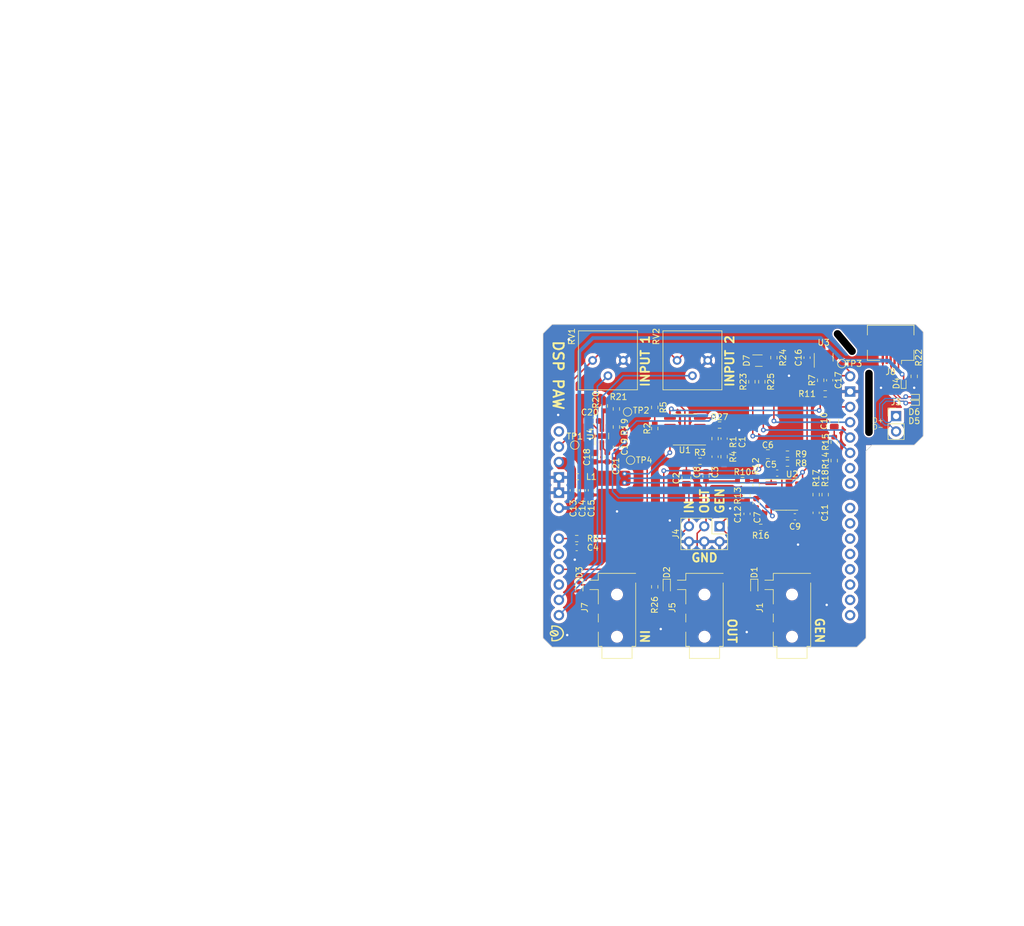
<source format=kicad_pcb>
(kicad_pcb (version 20221018) (generator pcbnew)
  (title_block (title "DSP PAW add-on board") (date "2023-08-15") (company "bitgloo") (comment 1 "Released under the CERN Open Hardware Licence Version 2 - Strongly Reciprocal"))
  (layers (0 "F.Cu" signal) (31 "B.Cu" signal) (34 "B.Paste" user) (35 "F.Paste" user) (36 "B.SilkS" user "B.Silkscreen") (37 "F.SilkS" user "F.Silkscreen") (38 "B.Mask" user) (39 "F.Mask" user) (44 "Edge.Cuts" user))
  (net 0 "")
  (net 1 "Net-(U1A--)")
  (net 2 "Net-(C1-Pad2)")
  (net 3 "SIGNAL_IN")
  (net 4 "Net-(C2-Pad2)")
  (net 5 "Net-(C3-Pad1)")
  (net 6 "GND")
  (net 7 "SIGNAL_IN_MCU")
  (net 8 "Net-(C5-Pad1)")
  (net 9 "SIGNAL_OUT_MCU")
  (net 10 "VBUS")
  (net 11 "+5V")
  (net 12 "-5V")
  (net 13 "Net-(C6-Pad1)")
  (net 14 "Net-(C9-Pad1)")
  (net 15 "Net-(C10-Pad1)")
  (net 16 "VDDA")
  (net 17 "Net-(U2A-+)")
  (net 18 "Net-(U4-C+)")
  (net 19 "SIGNAL_OUT")
  (net 20 "Net-(U4-C-)")
  (net 21 "Net-(U2B-+)")
  (net 22 "GENERATOR_MCU")
  (net 23 "GENERATOR")
  (net 24 "USB_D_P")
  (net 25 "USB_D_N")
  (net 26 "Net-(U4-CPOUT)")
  (net 27 "VCC")
  (net 28 "Net-(D7-RK)")
  (net 29 "Net-(D7-GK)")
  (net 30 "PC11{slash}LED_G")
  (net 31 "PC10{slash}LED_R")
  (net 32 "PC12{slash}LED_B")
  (net 33 "PC1{slash}POT2")
  (net 34 "PC0{slash}POT1")
  (net 36 "Net-(J8-Shield)")
  (net 37 "Net-(U1B--)")
  (net 38 "Net-(R2-Pad2)")
  (net 39 "Net-(U2A--)")
  (net 40 "VDDA{slash}2")
  (net 41 "Net-(D7-BK)")
  (net 42 "Net-(R8-Pad2)")
  (net 43 "Net-(R14-Pad2)")
  (net 44 "Net-(U4-VFB)")
  (net 45 "Net-(U2B--)")
  (net 46 "Net-(U4-EN)")
  (net 60 "Net-(J7-PadS)")
  (net 61 "+5VD")
  (net 62 "Net-(U1A-+)")
  (footprint "Package_TO_SOT_SMD:SOT-23" (layer "F.Cu") (at 166.5 76.9375 90)
    (fp_text reference "U3")
    (fp_text value "MAX6106")
  )
  (footprint "Resistor_SMD:R_0603_1608Metric" (layer "F.Cu") (at 138.5 115 90)
    (fp_text reference "R26")
    (fp_text value "0")
  )
  (footprint "Resistor_SMD:R_0603_1608Metric" (layer "F.Cu") (at 168.25 94.075 90)
    (fp_text reference "R14")
    (fp_text value "22.1k")
  )
  (footprint "Resistor_SMD:R_0603_1608Metric" (layer "F.Cu") (at 132.15 85.5 90)
    (fp_text reference "R21")
    (fp_text value "56k")
  )
  (footprint "Resistor_SMD:R_0603_1608Metric" (layer "F.Cu") (at 146 94.175)
    (fp_text reference "R3")
    (fp_text value "9.09k")
  )
  (footprint "Capacitor_SMD:C_0603_1608Metric" (layer "F.Cu") (at 132.15 91.775 -90)
    (fp_text reference "C19")
    (fp_text value "2.2u")
  )
  (footprint "Resistor_SMD:R_0603_1608Metric" (layer "F.Cu") (at 160.5 94.5)
    (fp_text reference "R8")
    (fp_text value "22.1k")
  )
  (footprint "Potentiometer_THT:Potentiometer_Bourns_3386P_Vertical" (layer "F.Cu") (at 128.21 77.46 -90)
    (fp_text reference "RV1")
    (fp_text value "10K")
  )
  (footprint "Capacitor_SMD:C_0603_1608Metric" (layer "F.Cu") (at 165.25 102.725 -90)
    (fp_text reference "C11")
    (fp_text value "100p")
  )
  (footprint "Package_SO:SOIC-8_3.9x4.9mm_P1.27mm" (layer "F.Cu") (at 143.5 88.925 180)
    (fp_text reference "U1")
    (fp_text value "TLV9162")
  )
  (footprint "Capacitor_SMD:C_0603_1608Metric" (layer "F.Cu") (at 155.3 101.14 -90)
    (fp_text reference "C7")
    (fp_text value "100p")
  )
  (footprint "Resistor_SMD:R_0603_1608Metric" (layer "F.Cu") (at 153.05 97.39)
    (fp_text reference "R10")
    (fp_text value "0")
  )
  (footprint "Capacitor_SMD:C_0603_1608Metric" (layer "F.Cu") (at 150 90.425 -90)
    (fp_text reference "C1")
    (fp_text value "100p")
  )
  (footprint "Diode_SMD:D_SOD-523" (layer "F.Cu") (at 126 115 -90)
    (fp_text reference "D3")
    (fp_text value "ESD5Zxx")
  )
  (footprint "Capacitor_SMD:C_0603_1608Metric" (layer "F.Cu") (at 153.8 102.9 -90)
    (fp_text reference "C12")
    (fp_text value "DNP")
  )
  (footprint "Resistor_SMD:R_0603_1608Metric" (layer "F.Cu") (at 155.3 98.14 -90)
    (fp_text reference "R12")
    (fp_text value "2.49k")
  )
  (footprint "Diode_SMD:D_SOD-523" (layer "F.Cu") (at 140.5 115 -90)
    (fp_text reference "D2")
    (fp_text value "ESD5Zxx")
  )
  (footprint "TestPoint:TestPoint_Pad_D1.0mm" (layer "F.Cu") (at 134.5 94)
    (fp_text reference "TP4")
    (fp_text value "TestPoint")
  )
  (footprint "Connector_PinHeader_2.54mm:PinHeader_2x03_P2.54mm_Vertical" (layer "F.Cu") (at 149.25 104.96 -90)
    (fp_text reference "J4")
    (fp_text value "Conn_02x03_Odd_Even")
  )
  (footprint "Resistor_SMD:R_0603_1608Metric" (layer "F.Cu") (at 165.25 99.715 -90)
    (fp_text reference "R17")
    (fp_text value "2.49k")
  )
  (footprint "Capacitor_SMD:C_0603_1608Metric" (layer "F.Cu") (at 130.65 93.5 -90)
    (fp_text reference "C21")
    (fp_text value "4.7u")
  )
  (footprint "Connector_USB:USB_Micro-B_Amphenol_10104110_Horizontal" (layer "F.Cu") (at 177.6 75.8 180)
    (fp_text reference "J8")
    (fp_text value "USB_B_Micro")
  )
  (footprint "Capacitor_SMD:C_0603_1608Metric" (layer "F.Cu") (at 125 99 -90)
    (fp_text reference "C13")
    (fp_text value "10n")
  )
  (footprint "Capacitor_SMD:C_0603_1608Metric" (layer "F.Cu") (at 147 96.7 -90)
    (fp_text reference "C8")
    (fp_text value "DNP")
  )
  (footprint "Resistor_SMD:R_0603_1608Metric" (layer "F.Cu") (at 166.75 83 180)
    (fp_text reference "R11")
    (fp_text value "10k/0.1%")
  )
  (footprint "Capacitor_SMD:C_0603_1608Metric" (layer "F.Cu") (at 128.425 87.5)
    (fp_text reference "C20")
    (fp_text value "1u")
  )
  (footprint "TestPoint:TestPoint_Pad_D1.0mm" (layer "F.Cu") (at 125.25 91.5)
    (fp_text reference "TP1")
    (fp_text value "TestPoint")
  )
  (footprint "Capacitor_SMD:C_0603_1608Metric" (layer "F.Cu") (at 163.75 77 90)
    (fp_text reference "C16")
    (fp_text value "4.7u")
  )
  (footprint "Capacitor_SMD:C_0805_2012Metric" (layer "F.Cu") (at 143.75 97 90)
    (fp_text reference "C2")
    (fp_text value "10u")
  )
  (footprint "Resistor_SMD:R_0603_1608Metric" (layer "F.Cu") (at 154.605 81 90)
    (fp_text reference "R23")
    (fp_text value "560")
  )
  (footprint "Inductor_SMD:L_0603_1608Metric" (layer "F.Cu") (at 125.75 96.75)
    (fp_text reference "L1")
    (fp_text value "33@100MHz")
  )
  (footprint "Potentiometer_THT:Potentiometer_Bourns_3386P_Vertical" (layer "F.Cu") (at 142.21 77.46 -90)
    (fp_text reference "RV2")
    (fp_text value "10K")
  )
  (footprint "Resistor_SMD:R_0603_1608Metric" (layer "F.Cu") (at 156.075 105.14)
    (fp_text reference "R16")
    (fp_text value "0")
  )
  (footprint "Resistor_SMD:R_0603_1608Metric" (layer "F.Cu") (at 160.5 93 180)
    (fp_text reference "R9")
    (fp_text value "6.81k")
  )
  (footprint "Resistor_SMD:R_0603_1608Metric" (layer "F.Cu") (at 150 93.425 90)
    (fp_text reference "R4")
    (fp_text value "6.34k")
  )
  (footprint "Package_SO:SOIC-8_3.9x4.9mm_P1.27mm" (layer "F.Cu") (at 160.275 99.735)
    (fp_text reference "U2")
    (fp_text value "OPA1678")
  )
  (footprint "Package_SON:WSON-8-1EP_2x2mm_P0.5mm_EP0.9x1.6mm" (layer "F.Cu") (at 129.75 90 90)
    (fp_text reference "U4")
    (fp_text value "LM27761")
  )
  (footprint "MountingHole:MountingHole_2.1mm" (layer "F.Cu") (at 170 74.5 40)
    (fp_text reference "REF**" hide)
    (fp_text value "MountingHole_2.1mm")
  )
  (footprint "Resistor_SMD:R_0603_1608Metric" (layer "F.Cu") (at 130.15 85 -90)
    (fp_text reference "R20")
    (fp_text value "0")
  )
  (footprint "Capacitor_SMD:C_0603_1608Metric" (layer "F.Cu") (at 125.575 108.5)
    (fp_text reference "C4")
    (fp_text value "DNP")
  )
  (footprint "Capacitor_SMD:C_0603_1608Metric" (layer "F.Cu") (at 161.725 103.39)
    (fp_text reference "C9")
    (fp_text value "105p")
  )
  (footprint "Diode_SMD:D_SOD-523" (layer "F.Cu") (at 155 115 -90)
    (fp_text reference "D1")
    (fp_text value "ESD5Zxx")
  )
  (footprint "Resistor_SMD:R_0603_1608Metric" (layer "F.Cu") (at 148.5 90.425 -90)
    (fp_text reference "R1")
    (fp_text value "9.09k")
  )
  (footprint "Capacitor_SMD:C_0603_1608Metric" (layer "F.Cu") (at 167.5 80.75 -90)
    (fp_text reference "C17")
    (fp_text value "1u")
  )
  (footprint "LED_SMD:LED_LiteOn_LTST-C19HE1WT" (layer "F.Cu") (at 155.525 77.5 90)
    (fp_text reference "D7")
    (fp_text value "LED_RAGB")
  )
  (footprint "Capacitor_SMD:C_0603_1608Metric" (layer "F.Cu") (at 128 99 -90)
    (fp_text reference "C15")
    (fp_text value "4.7u")
  )
  (footprint "Resistor_SMD:R_0603_1608Metric" (layer "F.Cu") (at 138.5 88.75 -90)
    (fp_text reference "R2")
    (fp_text value "10k/0.1%")
  )
  (footprint "Capacitor_SMD:C_0805_2012Metric" (layer "F.Cu") (at 157.25 93 180)
    (fp_text reference "C6")
    (fp_text value "10u")
  )
  (footprint "TestPoint:TestPoint_Pad_D1.0mm" (layer "F.Cu") (at 134 86)
    (fp_text reference "TP2")
    (fp_text value "TestPoint")
  )
  (footprint "Connector_PinHeader_2.54mm:PinHeader_1x02_P2.54mm_Vertical" (layer "F.Cu") (at 178.499766 86.699898)
    (fp_text reference "J3")
    (fp_text value "Conn_01x02")
  )
  (footprint "Capacitor_SMD:C_0805_2012Metric" (layer "F.Cu") (at 168.25 87.5 90)
    (fp_text reference "C10")
    (fp_text value "10u")
  )
  (footprint "Capacitor_SMD:C_0603_1608Metric" (layer "F.Cu") (at 158.8 96.14)
    (fp_text reference "C5")
    (fp_text value "105p")
  )
  (footprint "Resistor_SMD:R_0603_1608Metric" (layer "F.Cu") (at 132.15 88.5 90)
    (fp_text reference "R19")
    (fp_text value "174k")
  )
  (footprint "MountingHole:MountingHole_2.1mm" (layer "F.Cu") (at 174 84.5)
    (fp_text reference "REF**" hide)
    (fp_text value "MountingHole_2.1mm")
  )
  (footprint "TestPoint:TestPoint_Pad_D1.0mm" (layer "F.Cu") (at 169.5 78)
    (fp_text reference "TP3")
    (fp_text value "TestPoint")
  )
  (footprint "Capacitor_SMD:C_0603_1608Metric" (layer "F.Cu") (at 126.5 99 -90)
    (fp_text reference "C14")
    (fp_text value "100n")
  )
  (footprint "Connector_Audio:Jack_3.5mm_PJ320D_Horizontal" (layer "F.Cu") (at 146.75 118.5 90)
    (fp_text reference "J5")
    (fp_text value "AudioJack2_Ground")
  )
  (footprint "Connector_Audio:Jack_3.5mm_PJ320D_Horizontal" (layer "F.Cu") (at 132.25 118.5 90)
    (fp_text reference "J7")
    (fp_text value "AudioJack2_Ground")
  )
  (footprint "Resistor_SMD:R_0603_1608Metric" (layer "F.Cu") (at 166.75 99.715 90)
    (fp_text reference "R18")
    (fp_text value "2.49k")
  )
  (footprint "Resistor_SMD:R_0603_1608Metric" (layer "F.Cu") (at 149.25 88.175 180)
    (fp_text reference "R27")
    (fp_text value "0")
  )
  (footprint "PCM_arduino-library:Arduino_Uno_R2_Shield" (layer "F.Cu") (at 120.08 56.21 -90)
    (fp_text reference "A2" hide)
    (fp_text value "Arduino_Uno_R1_Shield")
  )
  (footprint "Connector_Audio:Jack_3.5mm_PJ320D_Horizontal" (layer "F.Cu") (at 161.25 118.5 90)
    (fp_text reference "J1")
    (fp_text value "AudioJack2_Ground")
  )
  (footprint "Resistor_SMD:R_0603_1608Metric" (layer "F.Cu") (at 153.8 99.89 -90)
    (fp_text reference "R13")
    (fp_text value "2.49k")
  )
  (footprint "Resistor_SMD:R_0603_1608Metric" (layer "F.Cu") (at 125.575 107 180)
    (fp_text reference "R6")
    (fp_text value "0")
  )
  (footprint "Capacitor_SMD:C_0603_1608Metric" (layer "F.Cu") (at 148.5 93.425 90)
    (fp_text reference "C3")
    (fp_text value "274p")
  )
  (footprint "Resistor_SMD:R_0603_1608Metric" (layer "F.Cu") (at 158.25 77 90)
    (fp_text reference "R24")
    (fp_text value "240")
  )
  (footprint "Resistor_SMD:R_0603_1608Metric" (layer "F.Cu") (at 181.5 80.1 -90)
    (fp_text reference "R22")
    (fp_text value "0")
  )
  (footprint "Diode_SMD:D_SOD-923" (layer "F.Cu") (at 181.5 83.5 180)
    (fp_text reference "D6")
    (fp_text value "DF2B7AFS,L3M")
  )
  (footprint "Resistor_SMD:R_0603_1608Metric" (layer "F.Cu") (at 156.25 81 90)
    (fp_text reference "R25")
    (fp_text value "240")
  )
  (footprint "Resistor_SMD:R_0603_1608Metric" (layer "F.Cu") (at 138.5 85.25 -90)
    (fp_text reference "R5")
    (fp_text value "20k")
  )
  (footprint "Diode_SMD:D_SOD-923" (layer "F.Cu") (at 181.5 84.5 180)
    (fp_text reference "D5")
    (fp_text value "DF2B7AFS,L3M")
  )
  (footprint "Resistor_SMD:R_0603_1608Metric" (layer "F.Cu") (at 168.25 91 90)
    (fp_text reference "R15")
    (fp_text value "6.81k")
  )
  (footprint "Capacitor_SMD:C_0603_1608Metric" (layer "F.Cu") (at 128.65 93.5 -90)
    (fp_text reference "C18")
    (fp_text value "4.7u")
  )
  (footprint "Resistor_SMD:R_0603_1608Metric" (layer "F.Cu") (at 166 80.75 90)
    (fp_text reference "R7")
    (fp_text value "10k/0.1%")
  )
  (footprint "Diode_SMD:D_SOD-923" (layer "F.Cu") (at 179.75 81.25 90)
    (fp_text reference "D4")
    (fp_text value "DF2B7AFS,L3M")
  )
  (gr_poly (pts (xy 122.58834 122.690598) (xy 122.586661 122.729499) (xy 122.584795 122.762173) (xy 122.583638 122.777289) (xy 122.582318 122.791655) (xy 122.580824 122.805318) (xy 122.579145 122.818325) (xy 122.577273 122.830725) (xy 122.575196 122.842565) (xy 122.572904 122.853892) (xy 122.570387 122.864754) (xy 122.567634 122.875199) (xy 122.564635 122.885273) (xy 122.561379 122.895025) (xy 122.557857 122.904502) (xy 122.554059 122.913752) (xy 122.549972 122.922822) (xy 122.530921 122.959319) (xy 122.509215 122.993672) (xy 122.484848 123.025888) (xy 122.457809 123.055973) (xy 122.428092 123.083933) (xy 122.395687 123.109775) (xy 122.360587 123.133504) (xy 122.322783 123.155126) (xy 122.282268 123.174648) (xy 122.239032 123.192077) (xy 122.193067 123.207417) (xy 122.144366 123.220676) (xy 122.09292 123.23186) (xy 122.03872 123.240975) (xy 121.981759 123.248027) (xy 121.922028 123.253022) (xy 121.894415 123.254237) (xy 121.864839 123.254742) (xy 121.833816 123.254584) (xy 121.801863 123.253816) (xy 121.769496 123.252484) (xy 121.737233 123.250641) (xy 121.70559 123.248334) (xy 121.675083 123.245613) (xy 121.646231 123.242529) (xy 121.619549 123.239131) (xy 121.595553 123.235468) (xy 121.574762 123.231591) (xy 121.557692 123.227547) (xy 121.544859 123.223388) (xy 121.540193 123.221281) (xy 121.53678 123.219163) (xy 121.534685 123.217041) (xy 121.533972 123.214922) (xy 121.533903 123.21438) (xy 121.533696 123.213816) (xy 121.532886 123.212623) (xy 121.531572 123.211356) (xy 121.529783 123.210027) (xy 121.527547 123.208648) (xy 121.524894 123.207232) (xy 121.521852 123.205792) (xy 121.51845 123.204339) (xy 121.514718 123.202885) (xy 121.510684 123.201445) (xy 121.506376 123.200029) (xy 121.501825 123.19865) (xy 121.49706 123.197321) (xy 121.492108 123.196054) (xy 121.486998 123.194861) (xy 121.481761 123.193755) (xy 121.467889 123.190872) (xy 121.453335 123.187025) (xy 121.43821 123.182277) (xy 121.422627 123.17669) (xy 121.406696 123.170325) (xy 121.39053 123.163245) (xy 121.374239 123.155513) (xy 121.357936 123.147188) (xy 121.341733 123.138335) (xy 121.32574 123.129015) (xy 121.31007 123.119289) (xy 121.294833 123.109221) (xy 121.280143 123.098871) (xy 121.266109 123.088302) (xy 121.252845 123.077576) (xy 121.240461 123.066755) (xy 121.222887 123.049861) (xy 121.206414 123.032027) (xy 121.191042 123.013315) (xy 121.176774 122.993785) (xy 121.163609 122.973499) (xy 121.151549 122.952517) (xy 121.140595 122.930901) (xy 121.130747 122.908711) (xy 121.122008 122.886008) (xy 121.114378 122.862854) (xy 121.107857 122.839309) (xy 121.102448 122.815434) (xy 121.098151 122.791291) (xy 121.094967 122.76694) (xy 121.092897 122.742442) (xy 121.091942 122.717858) (xy 121.092103 122.693249) (xy 121.093382 122.668677) (xy 121.095779 122.644202) (xy 121.099295 122.619885) (xy 121.103932 122.595787) (xy 121.10969 122.571969) (xy 121.11657 122.548492) (xy 121.124574 122.525418) (xy 121.133702 122.502806) (xy 121.143956 122.480718) (xy 121.155336 122.459215) (xy 121.167844 122.438359) (xy 121.181481 122.418209) (xy 121.196247 122.398827) (xy 121.212144 122.380274) (xy 121.229172 122.362611) (xy 121.252806 122.34114) (xy 121.277748 122.321154) (xy 121.304117 122.302614) (xy 121.332029 122.285485) (xy 121.361604 122.269727) (xy 121.371695 122.265086) (xy 121.371695 122.5517) (xy 121.347706 122.581333) (xy 121.344878 122.585069) (xy 121.342216 122.589376) (xy 121.337393 122.599578) (xy 121.333238 122.611681) (xy 121.329758 122.62543) (xy 121.326956 122.640568) (xy 121.324836 122.656838) (xy 121.323402 122.673985) (xy 121.322658 122.691752) (xy 121.32261 122.709883) (xy 121.323259 122.728122) (xy 121.324612 122.746211) (xy 121.326671 122.763895) (xy 121.329442 122.780918) (xy 121.332928 122.797024) (xy 121.337133 122.811955) (xy 121.342061 122.825455) (xy 121.344387 122.830359) (xy 121.34711 122.835512) (xy 121.350197 122.840868) (xy 121.353615 122.846379) (xy 121.35733 122.851998) (xy 121.36131 122.857676) (xy 121.365521 122.863367) (xy 121.369931 122.869023) (xy 121.374506 122.874596) (xy 121.379213 122.880039) (xy 121.38402 122.885304) (xy 121.388893 122.890344) (xy 121.393798 122.895111) (xy 121.398704 122.899558) (xy 121.403577 122.903636) (xy 121.408384 122.907299) (xy 121.425024 122.919182) (xy 121.44176 122.929993) (xy 121.458818 122.939788) (xy 121.476425 122.948619) (xy 121.494811 122.95654) (xy 121.5142 122.963606) (xy 121.534822 122.96987) (xy 121.556903 122.975386) (xy 121.580671 122.980207) (xy 121.606352 122.984387) (xy 121.634176 122.98798) (xy 121.664368 122.99104) (xy 121.732768 122.995775) (xy 121.813372 122.999022) (xy 121.858966 123.000342) (xy 121.901104 123.001116) (xy 121.939107 123.001329) (xy 121.972299 123.000962) (xy 122 123) (xy 122.01158 122.999291) (xy 122.021533 122.998427) (xy 122.029775 122.997405) (xy 122.03622 122.996224) (xy 122.040785 122.994883) (xy 122.042335 122.994151) (xy 122.043384 122.993377) (xy 122.043786 122.992357) (xy 122.043412 122.990888) (xy 122.040368 122.986625) (xy 122.034324 122.980634) (xy 122.025348 122.97296) (xy 121.998884 122.952747) (xy 121.961539 122.92635) (xy 121.913876 122.894131) (xy 121.856455 122.856455) (xy 121.714595 122.766188) (xy 121.371695 122.5517) (xy 121.371695 122.265086) (xy 121.392958 122.255306) (xy 121.426209 122.242182) (xy 121.461477 122.230319) (xy 121.498877 122.21968) (xy 121.538528 122.210227) (xy 121.580548 122.201924) (xy 121.625055 122.194733) (xy 121.672166 122.188616) (xy 121.722 122.183537) (xy 121.774674 122.179459) (xy 121.830306 122.176344) (xy 121.844899 122.17568) (xy 121.844899 122.415695) (xy 121.781799 122.416762) (xy 121.724056 122.419615) (xy 121.69875 122.421664) (xy 121.676649 122.424104) (xy 121.658376 122.426916) (xy 121.644554 122.430082) (xy 121.639507 122.431792) (xy 121.635805 122.433583) (xy 121.633527 122.435453) (xy 121.63275 122.4374) (xy 121.64014 122.44403) (xy 121.661041 122.458891) (xy 121.735783 122.508528) (xy 121.963832 122.654005) (xy 122.195321 122.797365) (xy 122.274362 122.844356) (xy 122.298058 122.857498) (xy 122.308673 122.862144) (xy 122.309478 122.862111) (xy 122.310307 122.862014) (xy 122.311157 122.861853) (xy 122.312027 122.861631) (xy 122.313816 122.861009) (xy 122.315662 122.86016) (xy 122.317549 122.859095) (xy 122.319462 122.857828) (xy 122.321389 122.856371) (xy 122.323313 122.854736) (xy 122.32522 122.852935) (xy 122.327097 122.850982) (xy 122.328928 122.848888) (xy 122.330699 122.846666) (xy 122.332396 122.844328) (xy 122.334004 122.841887) (xy 122.335508 122.839355) (xy 122.336895 122.836744) (xy 122.341424 122.827001) (xy 122.34548 122.815886) (xy 122.349052 122.80358) (xy 122.35213 122.790266) (xy 122.354704 122.776124) (xy 122.356763 122.761338) (xy 122.358297 122.746088) (xy 122.359296 122.730558) (xy 122.359749 122.714928) (xy 122.359646 122.699381) (xy 122.358977 122.684099) (xy 122.357731 122.669263) (xy 122.355897 122.655055) (xy 122.353467 122.641658) (xy 122.350429 122.629253) (xy 122.346772 122.618022) (xy 122.338491 122.59779) (xy 122.328938 122.578866) (xy 122.318033 122.561204) (xy 122.305696 122.544754) (xy 122.291845 122.529471) (xy 122.276401 122.515306) (xy 122.259283 122.502211) (xy 122.24041 122.49014) (xy 122.219701 122.479044) (xy 122.197076 122.468877) (xy 122.172454 122.45959) (xy 122.145755 122.451136) (xy 122.116898 122.443467) (xy 122.085802 122.436537) (xy 122.052387 122.430297) (xy 122.016572 122.4247) (xy 121.993426 122.421819) (xy 121.967263 122.419515) (xy 121.938707 122.41777) (xy 121.90838 122.416564) (xy 121.844899 122.415695) (xy 121.844899 122.17568) (xy 121.887921 122.173723) (xy 121.935367 122.172309) (xy 121.956026 122.172101) (xy 121.975041 122.172251) (xy 121.992713 122.172777) (xy 122.00934 122.173698) (xy 122.025224 122.175032) (xy 122.040663 122.176799) (xy 122.055958 122.179016) (xy 122.071407 122.181702) (xy 122.087312 122.184876) (xy 122.10397 122.188556) (xy 122.14075 122.197511) (xy 122.182291 122.208984) (xy 122.221261 122.221229) (xy 122.257766 122.234327) (xy 122.291915 122.248355) (xy 122.323816 122.263391) (xy 122.353574 122.279515) (xy 122.381299 122.296805) (xy 122.394432 122.305911) (xy 122.407097 122.315338) (xy 122.419308 122.325097) (xy 122.431077 122.335195) (xy 122.442418 122.345644) (xy 122.453344 122.356454) (xy 122.46387 122.367633) (xy 122.474008 122.379192) (xy 122.483772 122.391141) (xy 122.493175 122.403489) (xy 122.510953 122.429423) (xy 122.52745 122.457072) (xy 122.542772 122.486516) (xy 122.557028 122.517833) (xy 122.567851 122.543307) (xy 122.572298 122.55482) (xy 122.576144 122.565789) (xy 122.579419 122.576419) (xy 122.582155 122.586914) (xy 122.584382 122.59748) (xy 122.586132 122.60832) (xy 122.587435 122.619641) (xy 122.588323 122.631645) (xy 122.588826 122.644538) (xy 122.588976 122.658525)) (fill solid) (layer "F.SilkS"))
  (gr_poly (pts (xy 123.464232 122.781584) (xy 123.460911 122.843403) (xy 123.458393 122.872475) (xy 123.455308 122.899864) (xy 123.451656 122.925227) (xy 123.447439 122.948222) (xy 123.425645 123.03358) (xy 123.397444 123.117004) (xy 123.363041 123.198278) (xy 123.322644 123.277187) (xy 123.276459 123.353517) (xy 123.224693 123.427051) (xy 123.167553 123.497577) (xy 123.105245 123.564877) (xy 123.037976 123.628738) (xy 122.965953 123.688945) (xy 122.889382 123.745282) (xy 122.80847 123.797534) (xy 122.723425 123.845487) (xy 122.634452 123.888926) (xy 122.541758 123.927635) (xy 122.44555 123.9614) (xy 122.365883 123.985466) (xy 122.288961 124.004968) (xy 122.250609 124.013111) (xy 122.21184 124.020236) (xy 122.172286 124.026387) (xy 122.131578 124.031602) (xy 122.089349 124.035925) (xy 122.04523 124.039397) (xy 121.949853 124.04395) (xy 121.842504 124.045592) (xy 121.720239 124.044655) (xy 121.418261 124.040422) (xy 121.384394 123.998089) (xy 121.373621 123.983718) (xy 121.369217 123.976651) (xy 121.365411 123.969117) (xy 121.362158 123.960706) (xy 121.359416 123.951009) (xy 121.357141 123.939618) (xy 121.35529 123.926122) (xy 121.35382 123.910112) (xy 121.352686 123.89118) (xy 121.351255 123.84291) (xy 121.350652 123.778038) (xy 121.350528 123.693289) (xy 121.350597 123.606985) (xy 121.35076 123.571876) (xy 121.351079 123.54155) (xy 121.351604 123.515573) (xy 121.351961 123.50408) (xy 121.352388 123.493512) (xy 121.352893 123.483813) (xy 121.353482 123.474931) (xy 121.354161 123.46681) (xy 121.354938 123.459397) (xy 121.355817 123.452637) (xy 121.356807 123.446476) (xy 121.357912 123.440859) (xy 121.359141 123.435733) (xy 121.360498 123.431043) (xy 121.361991 123.426735) (xy 121.363627 123.422755) (xy 121.365411 123.419048) (xy 121.36735 123.41556) (xy 121.36945 123.412237) (xy 121.371718 123.409024) (xy 121.374161 123.405868) (xy 121.376785 123.402714) (xy 121.379596 123.399508) (xy 121.385806 123.392722) (xy 121.390769 123.38762) (xy 121.395863 123.382897) (xy 121.401076 123.378553) (xy 121.406399 123.374584) (xy 121.411821 123.370991) (xy 121.417333 123.367771) (xy 121.422922 123.364925) (xy 121.42858 123.362449) (xy 121.434296 123.360344) (xy 121.440059 123.358607) (xy 121.44586 123.357237) (xy 121.451687 123.356234) (xy 121.457531 123.355596) (xy 121.463381 123.355321) (xy 121.469227 123.355408) (xy 121.475059 123.355857) (xy 121.480865 123.356665) (xy 121.486637 123.357831) (xy 121.492363 123.359354) (xy 121.498033 123.361234) (xy 121.503637 123.363467) (xy 121.509165 123.366054) (xy 121.514606 123.368993) (xy 121.51995 123.372283) (xy 121.525186 123.375922) (xy 121.530304 123.379909) (xy 121.535294 123.384242) (xy 121.540146 123.388921) (xy 121.544849 123.393945) (xy 121.549393 123.399311) (xy 121.553767 123.405018) (xy 121.557961 123.411066) (xy 121.567864 123.426663) (xy 121.571961 123.434212) (xy 121.575534 123.441912) (xy 121.57862 123.450001) (xy 121.581253 123.458716) (xy 121.583468 123.468295) (xy 121.585302 123.478976) (xy 121.586787 123.490996) (xy 121.587961 123.504594) (xy 121.589513 123.537471) (xy 121.590238 123.579509) (xy 121.590417 123.632611) (xy 121.590417 123.804766) (xy 121.699072 123.816055) (xy 121.755662 123.819923) (xy 121.814577 123.821005) (xy 121.875431 123.819391) (xy 121.937837 123.815173) (xy 122.001409 123.808442) (xy 122.06576 123.799287) (xy 122.130504 123.787801) (xy 122.195254 123.774075) (xy 122.259624 123.758198) (xy 122.323227 123.740263) (xy 122.385677 123.72036) (xy 122.446586 123.69858) (xy 122.50557 123.675015) (xy 122.56224 123.649754) (xy 122.61621 123.622889) (xy 122.667095 123.594511) (xy 122.721288 123.560562) (xy 122.773223 123.524402) (xy 122.822821 123.486133) (xy 122.870008 123.445859) (xy 122.914706 123.403684) (xy 122.956838 123.35971) (xy 122.996329 123.314041) (xy 123.033101 123.26678) (xy 123.067079 123.218031) (xy 123.098186 123.167898) (xy 123.126345 123.116482) (xy 123.15148 123.063889) (xy 123.173515 123.01022) (xy 123.192372 122.955581) (xy 123.207976 122.900072) (xy 123.22025 122.8438) (xy 123.227195 122.804672) (xy 123.229924 122.787893) (xy 123.232156 122.772605) (xy 123.233893 122.758532) (xy 123.235133 122.745399) (xy 123.235877 122.732933) (xy 123.236125 122.720857) (xy 123.235877 122.708896) (xy 123.235133 122.696777) (xy 123.233893 122.684223) (xy 123.232156 122.670961) (xy 123.229924 122.656714) (xy 123.227195 122.641209) (xy 123.22025 122.605322) (xy 123.207179 122.547798) (xy 123.19175 122.492133) (xy 123.173918 122.438265) (xy 123.153641 122.386137) (xy 123.130876 122.335686) (xy 123.105578 122.286854) (xy 123.077705 122.239581) (xy 123.047213 122.193807) (xy 123.014058 122.149471) (xy 122.978198 122.106513) (xy 122.939588 122.064875) (xy 122.898186 122.024495) (xy 122.853948 121.985314) (xy 122.80683 121.947273) (xy 122.75679 121.91031) (xy 122.703784 121.874366) (xy 122.663997 121.849611) (xy 122.623482 121.826149) (xy 122.582241 121.80398) (xy 122.540271 121.783107) (xy 122.497574 121.763532) (xy 122.454149 121.745258) (xy 122.409997 121.728286) (xy 122.365117 121.712618) (xy 122.319509 121.698256) (xy 122.273174 121.685203) (xy 122.226111 121.67346) (xy 122.178321 121.66303) (xy 122.129803 121.653915) (xy 122.080558 121.646116) (xy 122.030584 121.639636) (xy 121.979884 121.634477) (xy 121.916979 121.629257) (xy 121.854471 121.625261) (xy 121.794344 121.622521) (xy 121.738583 121.621072) (xy 121.689173 121.620945) (xy 121.648096 121.622174) (xy 121.631303 121.623308) (xy 121.617338 121.624792) (xy 121.606449 121.626633) (xy 121.598884 121.628833) (xy 121.595374 121.630462) (xy 121.592241 121.632804) (xy 121.589464 121.636011) (xy 121.587021 121.640232) (xy 121.584893 121.645619) (xy 121.583058 121.652323) (xy 121.581496 121.660494) (xy 121.580186 121.670284) (xy 121.57824 121.695323) (xy 121.577055 121.728647) (xy 121.576466 121.771463) (xy 121.576306 121.824977) (xy 121.576132 121.881441) (xy 121.575869 121.905137) (xy 121.575446 121.926114) (xy 121.574833 121.944603) (xy 121.573999 121.960833) (xy 121.572913 121.975032) (xy 121.572265 121.981443) (xy 121.571543 121.987432) (xy 121.570743 121.993028) (xy 121.56986 121.99826) (xy 121.56889 122.003157) (xy 121.567831 122.007747) (xy 121.566677 122.012059) (xy 121.565426 122.016121) (xy 121.564072 122.019963) (xy 121.562613 122.023613) (xy 121.561045 122.0271) (xy 121.559363 122.030452) (xy 121.557564 122.033698) (xy 121.555643 122.036867) (xy 121.553598 122.039988) (xy 121.551423 122.043088) (xy 121.546672 122.049344) (xy 121.542987 122.05371) (xy 121.539082 122.05781) (xy 121.534972 122.061645) (xy 121.530668 122.065214) (xy 121.526183 122.068516) (xy 121.52153 122.07155) (xy 121.516721 122.074318) (xy 121.511769 122.076817) (xy 121.506688 122.079047) (xy 121.501488 122.081008) (xy 121.496184 122.082699) (xy 121.490787 122.08412) (xy 121.485311 122.08527) (xy 121.479768 122.086149) (xy 121.474171 122.086756) (xy 121.468532 122.087091) (xy 121.462864 122.087153) (xy 121.45718 122.086942) (xy 121.451492 122.086456) (xy 121.445814 122.085697) (xy 121.440157 122.084662) (xy 121.434534 122.083352) (xy 121.428959 122.081766) (xy 121.423443 122.079903) (xy 121.417999 122.077764) (xy 121.412641 122.075347) (xy 121.40738 122.072652) (xy 121.402229 122.069678) (xy 121.397202 122.066426) (xy 121.39231 122.062894) (xy 121.387566 122.059081) (xy 121.382983 122.054988) (xy 121.372271 122.044416) (xy 121.367936 122.038878) (xy 121.36422 122.032587) (xy 121.361074 122.025106) (xy 121.358452 122.015996) (xy 121.356304 122.004818) (xy 121.354585 121.991136) (xy 121.352239 121.954502) (xy 121.351035 121.902588) (xy 121.350528 121.7389) (xy 121.350528 121.452444) (xy 121.387217 121.424222) (xy 121.400248 121.414846) (xy 121.407209 121.411007) (xy 121.414998 121.407685) (xy 121.42401 121.404843) (xy 121.434643 121.402443) (xy 121.447294 121.400449) (xy 121.462358 121.398822) (xy 121.501318 121.396523) (xy 121.554698 121.39525) (xy 121.717417 121.394588) (xy 121.834955 121.395308) (xy 121.936734 121.397697) (xy 121.982701 121.399627) (xy 122.025913 121.402104) (xy 122.066764 121.405173) (xy 122.105649 121.408876) (xy 122.142963 121.413257) (xy 122.179101 121.41836) (xy 122.214458 121.424227) (xy 122.249428 121.430903) (xy 122.284406 121.43843) (xy 122.319788 121.446852) (xy 122.393339 121.466555) (xy 122.460199 121.486779) (xy 122.492313 121.497431) (xy 122.523668 121.508492) (xy 122.554354 121.519999) (xy 122.584459 121.53199) (xy 122.614072 121.544502) (xy 122.643282 121.557572) (xy 122.672178 121.571237) (xy 122.700848 121.585535) (xy 122.729382 121.600502) (xy 122.757869 121.616177) (xy 122.786397 121.632596) (xy 122.815055 121.649796) (xy 122.873117 121.686688) (xy 122.927409 121.724603) (xy 122.979631 121.76471) (xy 123.0297 121.806889) (xy 123.07753 121.851017) (xy 123.123036 121.896972) (xy 123.166135 121.944632) (xy 123.20674 121.993876) (xy 123.244768 122.044581) (xy 123.280134 122.096626) (xy 123.312752 122.149888) (xy 123.342539 122.204246) (xy 123.369409 122.259578) (xy 123.393278 122.31576) (xy 123.41406 122.372673) (xy 123.431672 122.430193) (xy 123.446028 122.4882) (xy 123.450493 122.510698) (xy 123.454365 122.535632) (xy 123.457646 122.562657) (xy 123.460337 122.591431) (xy 123.463962 122.652853) (xy 123.465254 122.717152)) (fill solid) (layer "F.SilkS"))
  (gr_line (start 181.75 71.5) (end 183 72.75) (stroke (width 0.1)) (layer "Edge.Cuts"))
  (gr_line (start 181.75 71.5) (end 121.5 71.5) (stroke (width 0.1)) (layer "Edge.Cuts"))
  (gr_line (start 173.5 92.5) (end 174.5 91.5) (stroke (width 0.1)) (layer "Edge.Cuts"))
  (gr_line (start 120 123.5) (end 121.5 125) (stroke (width 0.1)) (layer "Edge.Cuts"))
  (gr_line (start 181.5 91.5) (end 174.5 91.5) (stroke (width 0.1)) (layer "Edge.Cuts"))
  (gr_line (start 120 73) (end 120 123.5) (stroke (width 0.1)) (layer "Edge.Cuts"))
  (gr_line (start 120 73) (end 121.5 71.5) (stroke (width 0.1)) (layer "Edge.Cuts"))
  (gr_line (start 183 90) (end 183 72.75) (stroke (width 0.1)) (layer "Edge.Cuts"))
  (gr_line (start 173.5 123.5) (end 172 125) (stroke (width 0.1)) (layer "Edge.Cuts"))
  (gr_line (start 121.5 125) (end 172 125) (stroke (width 0.1)) (layer "Edge.Cuts"))
  (gr_line (start 183 90) (end 181.5 91.5) (stroke (width 0.1)) (layer "Edge.Cuts"))
  (gr_line (start 173.5 123.5) (end 173.5 92.5) (stroke (width 0.1)) (layer "Edge.Cuts"))
  (gr_text "OUT" (at 146.75 103 90) (layer "F.SilkS") (effects (font (size 1.4 1.4) (thickness 0.3) bold) (justify left)))
  (gr_text "OUT" (at 150.5 124.5 270) (layer "F.SilkS") (effects (font (size 1.4 1.4) (thickness 0.3) bold) (justify right bottom)))
  (gr_text "IN" (at 136 124.5 270) (layer "F.SilkS") (effects (font (size 1.4 1.4) (thickness 0.3) bold) (justify right bottom)))
  (gr_text "INPUT 1" (at 137.75 82 90) (layer "F.SilkS") (effects (font (size 1.4 1.4) (thickness 0.3) bold) (justify left bottom)))
  (gr_text "GEN" (at 149.29 103 90) (layer "F.SilkS") (effects (font (size 1.4 1.4) (thickness 0.3) bold) (justify left)))
  (gr_text "D+" (at 176.5 87.4) (layer "F.SilkS") (effects (font (size 0.8 0.8) (thickness 0.1) bold) (justify right)))
  (gr_text "D-" (at 176.5 88.5) (layer "F.SilkS") (effects (font (size 0.8 0.8) (thickness 0.1) bold) (justify right)))
  (gr_text "INPUT 2" (at 151.75 82 90) (layer "F.SilkS") (effects (font (size 1.4 1.4) (thickness 0.3) bold) (justify left bottom)))
  (gr_text "GND" (at 146.75 111) (layer "F.SilkS") (effects (font (size 1.4 1.4) (thickness 0.3) bold) (justify bottom)))
  (gr_text "GEN" (at 165 124.5 270) (layer "F.SilkS") (effects (font (size 1.4 1.4) (thickness 0.3) bold) (justify right bottom)))
  (gr_text "DSP PAW" (at 121.5 74 270) (layer "F.SilkS") (effects (font (size 1.7 1.7) (thickness 0.32) bold) (justify left bottom)))
  (gr_text "IN" (at 144.21 103 90) (layer "F.SilkS") (effects (font (size 1.4 1.4) (thickness 0.3) bold) (justify left)))
  (segment (start 149.95 89.6) (end 150 89.65) (width 0.25) (layer "F.Cu") (net 1))
  (segment (start 151 92.25) (end 150.65 92.6) (width 0.25) (layer "F.Cu") (net 1))
  (segment (start 148.5 89.6) (end 149.95 89.6) (width 0.25) (layer "F.Cu") (net 1))
  (segment (start 150 89.65) (end 150.65 89.65) (width 0.25) (layer "F.Cu") (net 1))
  (segment (start 150.65 89.65) (end 151 90) (width 0.25) (layer "F.Cu") (net 1))
  (segment (start 150.65 92.6) (end 150 92.6) (width 0.25) (layer "F.Cu") (net 1))
  (segment (start 151 90) (end 151 92.25) (width 0.25) (layer "F.Cu") (net 1))
  (segment (start 148.46 89.56) (end 148.5 89.6) (width 0.25) (layer "F.Cu") (net 1))
  (segment (start 145.975 89.56) (end 148.46 89.56) (width 0.25) (layer "F.Cu") (net 1))
  (segment (start 150 91.2) (end 148.55 91.2) (width 0.25) (layer "F.Cu") (net 2))
  (segment (start 143.5 85.75) (end 143.5 90) (width 0.25) (layer "F.Cu") (net 2))
  (segment (start 145.975 90.83) (end 148.08 90.83) (width 0.25) (layer "F.Cu") (net 2))
  (segment (start 144.33 90.83) (end 145.975 90.83) (width 0.25) (layer "F.Cu") (net 2))
  (segment (start 148.55 91.2) (end 148.5 91.25) (width 0.25) (layer "F.Cu") (net 2))
  (segment (start 142.175 84.425) (end 143.5 85.75) (width 0.25) (layer "F.Cu") (net 2))
  (segment (start 138.5 84.425) (end 142.175 84.425) (width 0.25) (layer "F.Cu") (net 2))
  (segment (start 148.08 90.83) (end 148.5 91.25) (width 0.25) (layer "F.Cu") (net 2))
  (segment (start 143.5 90) (end 144.33 90.83) (width 0.25) (layer "F.Cu") (net 2))
  (segment (start 129 114.675) (end 126.375 114.675) (width 0.25) (layer "F.Cu") (net 3))
  (segment (start 129 114.675) (end 130.825 114.675) (width 0.25) (layer "F.Cu") (net 3))
  (segment (start 143.75 97.95) (end 144.17 98.37) (width 0.25) (layer "F.Cu") (net 3))
  (segment (start 144.17 98.37) (end 144.17 104.96) (width 0.25) (layer "F.Cu") (net 3))
  (segment (start 126.375 114.675) (end 126 114.3) (width 0.25) (layer "F.Cu") (net 3))
  (segment (start 130.825 114.675) (end 139.5 106) (width 0.25) (layer "F.Cu") (net 3))
  (segment (start 139.5 106) (end 143.13 106) (width 0.25) (layer "F.Cu") (net 3))
  (segment (start 143.13 106) (end 144.17 104.96) (width 0.25) (layer "F.Cu") (net 3))
  (segment (start 143.75 95) (end 144.575 94.175) (width 0.25) (layer "F.Cu") (net 4))
  (segment (start 144.575 94.175) (end 145.175 94.175) (width 0.25) (layer "F.Cu") (net 4))
  (segment (start 143.75 95) (end 143.75 96.05) (width 0.25) (layer "F.Cu") (net 4))
  (segment (start 148.475 94.175) (end 148.5 94.2) (width 0.25) (layer "F.Cu") (net 5))
  (segment (start 146.825 94.175) (end 148.475 94.175) (width 0.25) (layer "F.Cu") (net 5))
  (segment (start 148.5 94.2) (end 149.95 94.2) (width 0.25) (layer "F.Cu") (net 5))
  (segment (start 149.95 94.2) (end 150 94.25) (width 0.25) (layer "F.Cu") (net 5))
  (segment (start 129.75 90) (end 128.25 90) (width 0.25) (layer "F.Cu") (net 6))
  (segment (start 129.5 90.95) (end 129.5 92.211396) (width 0.25) (layer "F.Cu") (net 6))
  (segment (start 129.644302 92.355698) (end 129.644302 94.105698) (width 0.25) (layer "F.Cu") (net 6))
  (segment (start 129.5 92.211396) (end 129.644302 92.355698) (width 0.25) (layer "F.Cu") (net 6))
  (segment (start 148.5 92.65) (end 147.4 92.65) (width 0.25) (layer "F.Cu") (net 6))
  (segment (start 176.3 77.35) (end 176.3 78.45) (width 0.25) (layer "F.Cu") (net 6))
  (segment (start 166.75 98.89) (end 166.75 98) (width 0.25) (layer "F.Cu") (net 6))
  (segment (start 128.65 94.275) (end 131.975 94.275) (width 0.25) (layer "F.Cu") (net 6))
  (via (at 151 102) (size 0.8) (drill 0.4) (layers "F.Cu" "B.Cu") (net 6))
  (via (at 153.75 122.5) (size 0.8) (drill 0.4) (layers "F.Cu" "B.Cu") (net 6))
  (via (at 127.75 90.5) (size 0.8) (drill 0.4) (layers "F.Cu" "B.Cu") (net 6))
  (via (at 125.25 110.5) (size 0.8) (drill 0.4) (layers "F.Cu" "B.Cu") (net 6))
  (via (at 162.25 108) (size 0.8) (drill 0.4) (layers "F.Cu" "B.Cu") (net 6))
  (via (at 167 118) (size 0.8) (drill 0.4) (layers "F.Cu" "B.Cu") (net 6))
  (via (at 127.75 89.25) (size 0.8) (drill 0.4) (layers "F.Cu" "B.Cu") (net 6))
  (via (at 139.5 122) (size 0.8) (drill 0.4) (layers "F.Cu" "B.Cu") (net 6))
  (via (at 176 82) (size 0.8) (drill 0.4) (layers "F.Cu" "B.Cu") (net 6))
  (via (at 141 104) (size 0.8) (drill 0.4) (layers "F.Cu" "B.Cu") (net 6))
  (via (at 160.75 80) (size 0.8) (drill 0.4) (layers "F.Cu" "B.Cu") (net 6))
  (via (at 124 123) (size 0.8) (drill 0.4) (layers "F.Cu" "B.Cu") (net 6))
  (via (at 122.5 86.5) (size 0.8) (drill 0.4) (layers "F.Cu" "B.Cu") (net 6))
  (via (at 165.75 95.75) (size 0.8) (drill 0.4) (layers "F.Cu" "B.Cu") (net 6))
  (via (at 152.5 89) (size 0.8) (drill 0.4) (layers "F.Cu" "B.Cu") (net 6))
  (via (at 124.25 74) (size 0.8) (drill 0.4) (layers "F.Cu" "B.Cu") (net 6))
  (via (at 132.25 102.5) (size 0.8) (drill 0.4) (layers "F.Cu" "B.Cu") (net 6))
  (via (at 181.5 82) (size 0.8) (drill 0.4) (layers "F.Cu" "B.Cu") (net 6))
  (segment (start 122.63 107) (end 122.62 107.01) (width 0.25) (layer "F.Cu") (net 7))
  (segment (start 124.75 107) (end 122.63 107) (width 0.25) (layer "F.Cu") (net 7))
  (segment (start 124.75 107) (end 124.75 108.45) (width 0.25) (layer "F.Cu") (net 7))
  (segment (start 124.75 108.45) (end 124.8 108.5) (width 0.25) (layer "F.Cu") (net 7))
  (segment (start 157.8 97.83) (end 157.8 96.365) (width 0.25) (layer "F.Cu") (net 8))
  (segment (start 157.8 96.365) (end 158.025 96.14) (width 0.25) (layer "F.Cu") (net 8))
  (segment (start 153.875 97.39) (end 155.225 97.39) (width 0.25) (layer "F.Cu") (net 8))
  (segment (start 155.815 97.83) (end 155.3 97.315) (width 0.25) (layer "F.Cu") (net 8))
  (segment (start 155.225 97.39) (end 155.3 97.315) (width 0.25) (layer "F.Cu") (net 8))
  (segment (start 157.8 97.83) (end 155.815 97.83) (width 0.25) (layer "F.Cu") (net 8))
  (segment (start 156.3 94.95) (end 156.3 93) (width 0.25) (layer "F.Cu") (net 9))
  (segment (start 140 95.75) (end 140 102) (width 0.25) (layer "F.Cu") (net 9))
  (segment (start 130 112.09) (end 122.62 112.09) (width 0.25) (layer "F.Cu") (net 9))
  (segment (start 140 102) (end 130 112.09) (width 0.25) (layer "F.Cu") (net 9))
  (segment (start 155.75 95.5) (end 156.3 94.95) (width 0.25) (layer "F.Cu") (net 9))
  (via (at 155.75 95.5) (size 0.8) (drill 0.4) (layers "F.Cu" "B.Cu") (net 9))
  (via (at 140 95.75) (size 0.8) (drill 0.4) (layers "F.Cu" "B.Cu") (net 9))
  (segment (start 140 95.75) (end 155.5 95.75) (width 0.25) (layer "B.Cu") (net 9))
  (segment (start 155.5 95.75) (end 155.75 95.5) (width 0.25) (layer "B.Cu") (net 9))
  (segment (start 178.9 79.15) (end 179.5 79.75) (width 0.25) (layer "F.Cu") (net 10))
  (segment (start 178.9 77.35) (end 178.9 79.15) (width 0.25) (layer "F.Cu") (net 10))
  (segment (start 179.75 80.83) (end 179.75 80) (width 0.25) (layer "F.Cu") (net 10))
  (segment (start 179.75 80) (end 179.5 79.75) (width 0.25) (layer "F.Cu") (net 10))
  (via (at 179.5 79.75) (size 0.8) (drill 0.4) (layers "F.Cu" "B.Cu") (net 10))
  (segment (start 166 73.75) (end 169.75 77.5) (width 0.6096) (layer "B.Cu") (net 10))
  (segment (start 122.62 101.93) (end 124.57 101.93) (width 0.6096) (layer "B.Cu") (net 10))
  (segment (start 177.25 77.5) (end 179.5 79.75) (width 0.6096) (layer "B.Cu") (net 10))
  (segment (start 124.57 101.93) (end 126 100.5) (width 0.6096) (layer "B.Cu") (net 10))
  (segment (start 169.75 77.5) (end 177.25 77.5) (width 0.6096) (layer "B.Cu") (net 10))
  (segment (start 128.25 73.75) (end 166 73.75) (width 0.6096) (layer "B.Cu") (net 10))
  (segment (start 126 76) (end 128.25 73.75) (width 0.6096) (layer "B.Cu") (net 10))
  (segment (start 126 100.5) (end 126 76) (width 0.6096) (layer "B.Cu") (net 10))
  (segment (start 129 92.375) (end 128.65 92.725) (width 0.25) (layer "F.Cu") (net 11))
  (segment (start 141.025 92.725) (end 141 92.75) (width 0.25) (layer "F.Cu") (net 11))
  (segment (start 165.45 77.775) (end 165.55 77.875) (width 0.25) (layer "F.Cu") (net 11))
  (segment (start 162.75 97.83) (end 163 97.58) (width 0.25) (layer "F.Cu") (net 11))
  (segment (start 163.75 77.775) (end 163.75 95.25) (width 0.25) (layer "F.Cu") (net 11))
  (segment (start 129 90.95) (end 129 92.375) (width 0.25) (layer "F.Cu") (net 11))
  (segment (start 163.75 77.775) (end 165.45 77.775) (width 0.25) (layer "F.Cu") (net 11))
  (segment (start 141.025 90.83) (end 141.025 92.725) (width 0.25) (layer "F.Cu") (net 11))
  (segment (start 163.75 95.25) (end 163 96) (width 0.25) (layer "F.Cu") (net 11))
  (segment (start 163 97.58) (end 163 96) (width 0.25) (layer "F.Cu") (net 11))
  (via (at 141 92.75) (size 0.8) (drill 0.4) (layers "F.Cu" "B.Cu") (net 11))
  (via (at 163 96) (size 0.8) (drill 0.4) (layers "F.Cu" "B.Cu") (net 11))
  (via (at 133.5 96.25) (size 0.8) (drill 0.4) (layers "F.Cu" "B.Cu") (net 11))
  (via (at 133.5 97.75) (size 0.8) (drill 0.4) (layers "F.Cu" "B.Cu") (net 11))
  (segment (start 137.5 96.25) (end 141 92.75) (width 0.25) (layer "B.Cu") (net 11))
  (segment (start 133.5 96.25) (end 137.5 96.25) (width 0.25) (layer "B.Cu") (net 11))
  (segment (start 161.25 97.75) (end 163 96) (width 0.25) (layer "B.Cu") (net 11))
  (segment (start 133.5 97.75) (end 161.25 97.75) (width 0.25) (layer "B.Cu") (net 11))
  (segment (start 133.5 89.5) (end 133.5 86.5) (width 0.25) (layer "F.Cu") (net 12))
  (segment (start 157.8 101.64) (end 157.8 103.05) (width 0.25) (layer "F.Cu") (net 12))
  (segment (start 157.8 103.05) (end 158 103.25) (width 0.25) (layer "F.Cu") (net 12))
  (segment (start 147.98 87.02) (end 148.25 86.75) (width 0.25) (layer "F.Cu") (net 12))
  (segment (start 145.975 87.02) (end 147.98 87.02) (width 0.25) (layer "F.Cu") (net 12))
  (segment (start 133.5 86.5) (end 134 86) (width 0.25) (layer "F.Cu") (net 12))
  (via (at 148.25 86.75) (size 0.8) (drill 0.4) (layers "F.Cu" "B.Cu") (net 12))
  (via (at 133.5 91) (size 0.8) (drill 0.4) (layers "F.Cu" "B.Cu") (net 12))
  (via (at 158 103.25) (size 0.8) (drill 0.4) (layers "F.Cu" "B.Cu") (net 12))
  (via (at 133.5 89.5) (size 0.8) (drill 0.4) (layers "F.Cu" "B.Cu") (net 12))
  (segment (start 132.5 100.25) (end 155 100.25) (width 0.25) (layer "B.Cu") (net 12))
  (segment (start 131.5 93) (end 131.5 99.25) (width 0.25) (layer "B.Cu") (net 12))
  (segment (start 155 100.25) (end 158 103.25) (width 0.25) (layer "B.Cu") (net 12))
  (segment (start 135.5 87.5) (end 147.5 87.5) (width 0.25) (layer "B.Cu") (net 12))
  (segment (start 147.5 87.5) (end 148.25 86.75) (width 0.25) (layer "B.Cu") (net 12))
  (segment (start 131.5 99.25) (end 132.5 100.25) (width 0.25) (layer "B.Cu") (net 12))
  (segment (start 133.5 91) (end 131.5 93) (width 0.25) (layer "B.Cu") (net 12))
  (segment (start 133.5 89.5) (end 135.5 87.5) (width 0.25) (layer "B.Cu") (net 12))
  (segment (start 158.2 93) (end 159.675 93) (width 0.25) (layer "F.Cu") (net 13))
  (segment (start 162.75 99.1) (end 165.04 99.1) (width 0.25) (layer "F.Cu") (net 14))
  (segment (start 159.2 105.14) (end 160.95 103.39) (width 0.25) (layer "F.Cu") (net 14))
  (segment (start 165.04 99.1) (end 165.25 98.89) (width 0.25) (layer "F.Cu") (net 14))
  (segment (start 160.95 99.69) (end 161.54 99.1) (width 0.25) (layer "F.Cu") (net 14))
  (segment (start 160.95 103.39) (end 160.95 99.69) (width 0.25) (layer "F.Cu") (net 14))
  (segment (start 156.9 105.14) (end 159.2 105.14) (width 0.25) (layer "F.Cu") (net 14))
  (segment (start 161.54 99.1) (end 162.75 99.1) (width 0.25) (layer "F.Cu") (net 14))
  (segment (start 168.25 88.45) (end 168.25 90.175) (width 0.25) (layer "F.Cu") (net 15))
  (segment (start 166 79.925) (end 167.45 79.925) (width 0.25) (layer "F.Cu") (net 16))
  (segment (start 170.88 80.09) (end 170.79 80) (width 0.25) (layer "F.Cu") (net 16))
  (segment (start 169.5 78) (end 170.88 79.38) (width 0.25) (layer "F.Cu") (net 16))
  (segment (start 167.525 80) (end 167.5 79.975) (width 0.25) (layer "F.Cu") (net 16))
  (segment (start 167.45 77.875) (end 167.45 79.925) (width 0.25) (layer "F.Cu") (net 16))
  (segment (start 170.88 79.38) (end 170.88 80.086) (width 0.25) (layer "F.Cu") (net 16))
  (segment (start 167.45 79.925) (end 167.5 79.975) (width 0.25) (layer "F.Cu") (net 16))
  (segment (start 170.79 80) (end 167.525 80) (width 0.25) (layer "F.Cu") (net 16))
  (segment (start 159.575 99.815) (end 159.575 96.14) (width 0.25) (layer "F.Cu") (net 17))
  (segment (start 155.305 100.37) (end 155.3 100.365) (width 0.25) (layer "F.Cu") (net 17))
  (segment (start 157.8 100.37) (end 155.305 100.37) (width 0.25) (layer "F.Cu") (net 17))
  (segment (start 157.8 100.37) (end 159.02 100.37) (width 0.25) (layer "F.Cu") (net 17))
  (segment (start 159.675 96.04) (end 159.575 96.14) (width 0.25) (layer "F.Cu") (net 17))
  (segment (start 159.675 94.5) (end 159.675 96.04) (width 0.25) (layer "F.Cu") (net 17))
  (segment (start 159.02 100.37) (end 159.575 99.815) (width 0.25) (layer "F.Cu") (net 17))
  (segment (start 129 88.85) (end 127.65 87.5) (width 0.25) (layer "F.Cu") (net 18))
  (segment (start 129 89.05) (end 129 88.85) (width 0.25) (layer "F.Cu") (net 18))
  (segment (start 147 97.475) (end 147 104.67) (width 0.25) (layer "F.Cu") (net 19))
  (segment (start 145.535 106.135) (end 146.71 104.96) (width 0.25) (layer "F.Cu") (net 19))
  (segment (start 140.875 114.675) (end 140.5 114.3) (width 0.25) (layer "F.Cu") (net 19))
  (segment (start 147 104.67) (end 146.71 104.96) (width 0.25) (layer "F.Cu") (net 19))
  (segment (start 143.5 114.675) (end 143.5 113.5) (width 0.25) (layer "F.Cu") (net 19))
  (segment (start 143.5 113.5) (end 145.535 111.465) (width 0.25) (layer "F.Cu") (net 19))
  (segment (start 143.5 114.675) (end 140.875 114.675) (width 0.25) (layer "F.Cu") (net 19))
  (segment (start 147 97.475) (end 152.14 97.475) (width 0.25) (layer "F.Cu") (net 19))
  (segment (start 152.14 97.475) (end 152.225 97.39) (width 0.25) (layer "F.Cu") (net 19))
  (segment (start 145.535 111.465) (end 145.535 106.135) (width 0.25) (layer "F.Cu") (net 19))
  (segment (start 129.5 87.8) (end 129.2 87.5) (width 0.25) (layer "F.Cu") (net 20))
  (segment (start 129.5 89.05) (end 129.5 87.8) (width 0.25) (layer "F.Cu") (net 20))
  (segment (start 162.75 101.64) (end 164.94 101.64) (width 0.25) (layer "F.Cu") (net 21))
  (segment (start 162.75 103.14) (end 162.5 103.39) (width 0.25) (layer "F.Cu") (net 21))
  (segment (start 167.05 101.95) (end 165.25 101.95) (width 0.25) (layer "F.Cu") (net 21))
  (segment (start 168.25 100.75) (end 167.05 101.95) (width 0.25) (layer "F.Cu") (net 21))
  (segment (start 164.94 101.64) (end 165.25 101.95) (width 0.25) (layer "F.Cu") (net 21))
  (segment (start 168.25 94.9) (end 168.25 100.75) (width 0.25) (layer "F.Cu") (net 21))
  (segment (start 162.75 101.64) (end 162.75 103.14) (width 0.25) (layer "F.Cu") (net 21))
  (segment (start 168.25 85.75) (end 168.25 86.55) (width 0.25) (layer "F.Cu") (net 22))
  (segment (start 168.834 85.166) (end 168.25 85.75) (width 0.25) (layer "F.Cu") (net 22))
  (segment (start 170.88 85.166) (end 168.834 85.166) (width 0.25) (layer "F.Cu") (net 22))
  (segment (start 153.8 103.675) (end 153.8 104.3) (width 0.25) (layer "F.Cu") (net 23))
  (segment (start 150.325 103.675) (end 149.25 104.75) (width 0.25) (layer "F.Cu") (net 23))
  (segment (start 153.8 103.675) (end 150.325 103.675) (width 0.25) (layer "F.Cu") (net 23))
  (segment (start 154.64 105.14) (end 155.25 105.14) (width 0.25) (layer "F.Cu") (net 23))
  (segment (start 155.375 114.675) (end 155 114.3) (width 0.25) (layer "F.Cu") (net 23))
  (segment (start 149.25 104.96) (end 158 113.71) (width 0.25) (layer "F.Cu") (net 23))
  (segment (start 153.8 104.3) (end 154.64 105.14) (width 0.25) (layer "F.Cu") (net 23))
  (segment (start 158 113.71) (end 158 114.675) (width 0.25) (layer "F.Cu") (net 23))
  (segment (start 149.25 104.75) (end 149.25 104.96) (width 0.25) (layer "F.Cu") (net 23))
  (segment (start 158 114.675) (end 155.375 114.675) (width 0.25) (layer "F.Cu") (net 23))
  (segment (start 177.7 82.7682) (end 177.7 78.500001) (width 0.2) (layer "F.Cu") (net 24))
  (segment (start 179.156801 84.225001) (end 177.7 82.7682) (width 0.2) (layer "F.Cu") (net 24))
  (segment (start 181.08 84.5) (end 180.131501 84.5) (width 0.2) (layer "F.Cu") (net 24))
  (segment (start 177.6 78.400001) (end 177.6 77.35) (width 0.2) (layer "F.Cu") (net 24))
  (segment (start 179.806502 84.225001) (end 179.156801 84.225001) (width 0.2) (layer "F.Cu") (net 24))
  (segment (start 177.7 78.500001) (end 177.6 78.400001) (width 0.2) (layer "F.Cu") (net 24))
  (segment (start 180.131501 84.5) (end 180.106501 84.525) (width 0.2) (layer "F.Cu") (net 24))
  (segment (start 180.106501 84.525) (end 179.806502 84.225001) (width 0.2) (layer "F.Cu") (net 24))
  (via (at 180.106501 84.525) (size 0.8) (drill 0.4) (layers "F.Cu" "B.Cu") (net 24))
  (segment (start 178.499766 86.699898) (end 177.454766 87.744898) (width 0.2) (layer "B.Cu") (net 24))
  (segment (start 176.225 87.1568) (end 176.225 84.8432) (width 0.2) (layer "B.Cu") (net 24))
  (segment (start 179.806502 84.225001) (end 180.106501 84.525) (width 0.2) (layer "B.Cu") (net 24))
  (segment (start 177.454766 87.744898) (end 176.813098 87.744898) (width 0.2) (layer "B.Cu") (net 24))
  (segment (start 176.813098 87.744898) (end 176.225 87.1568) (width 0.2) (layer "B.Cu") (net 24))
  (segment (start 176.8432 84.225) (end 179.806502 84.225001) (width 0.2) (layer "B.Cu") (net 24))
  (segment (start 176.225 84.8432) (end 176.8432 84.225) (width 0.2) (layer "B.Cu") (net 24))
  (segment (start 179.343199 83.774999) (end 178.15 82.5818) (width 0.2) (layer "F.Cu") (net 25))
  (segment (start 180.131501 83.5) (end 180.106501 83.475) (width 0.2) (layer "F.Cu") (net 25))
  (segment (start 180.106501 83.475) (end 179.806502 83.774999) (width 0.2) (layer "F.Cu") (net 25))
  (segment (start 178.15 78.500001) (end 178.25 78.400001) (width 0.2) (layer "F.Cu") (net 25))
  (segment (start 178.25 78.400001) (end 178.25 77.35) (width 0.2) (layer "F.Cu") (net 25))
  (segment (start 178.15 82.5818) (end 178.15 78.500001) (width 0.2) (layer "F.Cu") (net 25))
  (segment (start 181.08 83.5) (end 180.131501 83.5) (width 0.2) (layer "F.Cu") (net 25))
  (segment (start 179.806502 83.774999) (end 179.343199 83.774999) (width 0.2) (layer "F.Cu") (net 25))
  (via (at 180.106501 83.475) (size 0.8) (drill 0.4) (layers "F.Cu" "B.Cu") (net 25))
  (segment (start 176.6568 83.775) (end 179.806502 83.774999) (width 0.2) (layer "B.Cu") (net 25))
  (segment (start 175.775 84.6568) (end 176.6568 83.775) (width 0.2) (layer "B.Cu") (net 25))
  (segment (start 176.626698 88.194898) (end 175.775 87.3432) (width 0.2) (layer "B.Cu") (net 25))
  (segment (start 179.806502 83.774999) (end 180.106501 83.475) (width 0.2) (layer "B.Cu") (net 25))
  (segment (start 177.454766 88.194898) (end 176.626698 88.194898) (width 0.2) (layer "B.Cu") (net 25))
  (segment (start 175.775 87.3432) (end 175.775 84.6568) (width 0.2) (layer "B.Cu") (net 25))
  (segment (start 178.499766 89.239898) (end 177.454766 88.194898) (width 0.2) (layer "B.Cu") (net 25))
  (segment (start 130 90.95) (end 130 92.075) (width 0.25) (layer "F.Cu") (net 26))
  (segment (start 130 92.075) (end 130.65 92.725) (width 0.25) (layer "F.Cu") (net 26))
  (segment (start 140.75 76) (end 142.21 77.46) (width 0.25) (layer "F.Cu") (net 27))
  (segment (start 154.8 76.05) (end 154.75 76) (width 0.25) (layer "F.Cu") (net 27))
  (segment (start 154.8 77.075) (end 154.8 76.05) (width 0.25) (layer "F.Cu") (net 27))
  (segment (start 124.75 80.92) (end 128.21 77.46) (width 0.25) (layer "F.Cu") (net 27))
  (segment (start 122.62 91.77) (end 124.75 89.64) (width 0.25) (layer "F.Cu") (net 27))
  (segment (start 128.21 77.46) (end 129.67 76) (width 0.25) (layer "F.Cu") (net 27))
  (segment (start 124.75 89.64) (end 124.75 80.92) (width 0.25) (layer "F.Cu") (net 27))
  (segment (start 154.75 76) (end 143.67 76) (width 0.25) (layer "F.Cu") (net 27))
  (segment (start 129.67 76) (end 140.75 76) (width 0.25) (layer "F.Cu") (net 27))
  (segment (start 143.67 76) (end 142.21 77.46) (width 0.25) (layer "F.Cu") (net 27))
  (segment (start 154.605 80.175) (end 154.605 78.12) (width 0.25) (layer "F.Cu") (net 28))
  (segment (start 154.605 78.12) (end 154.8 77.925) (width 0.25) (layer "F.Cu") (net 28))
  (segment (start 156.25 76.35) (end 156.5 76.1) (width 0.25) (layer "F.Cu") (net 29))
  (segment (start 156.25 77.075) (end 156.25 76.35) (width 0.25) (layer "F.Cu") (net 29))
  (segment (start 156.5 76.1) (end 158.175 76.1) (width 0.25) (layer "F.Cu") (net 29))
  (segment (start 158.175 76.1) (end 158.25 76.175) (width 0.25) (layer "F.Cu") (net 29))
  (segment (start 158.25 87.5) (end 158.25 77.825) (width 0.25) (layer "F.Cu") (net 30))
  (via (at 158.25 87.5) (size 0.8) (drill 0.4) (layers "F.Cu" "B.Cu") (net 30))
  (segment (start 158.456 87.706) (end 170.88 87.706) (width 0.25) (layer "B.Cu") (net 30))
  (segment (start 158.25 87.5) (end 158.456 87.706) (width 0.25) (layer "B.Cu") (net 30))
  (segment (start 154.75 81.97) (end 154.605 81.825) (width 0.25) (layer "F.Cu") (net 31))
  (segment (start 154.75 90) (end 154.75 81.97) (width 0.25) (layer "F.Cu") (net 31))
  (via (at 154.75 90) (size 0.8) (drill 0.4) (layers "F.Cu" "B.Cu") (net 31))
  (segment (start 154.75 90) (end 168.094 90) (width 0.25) (layer "B.Cu") (net 31))
  (segment (start 168.094 90) (end 170.88 92.786) (width 0.25) (layer "B.Cu") (net 31))
  (segment (start 156.5 89) (end 156.5 82.075) (width 0.25) (layer "F.Cu") (net 32))
  (segment (start 156.5 82.075) (end 156.25 81.825) (width 0.25) (layer "F.Cu") (net 32))
  (via (at 156.5 89) (size 0.8) (drill 0.4) (layers "F.Cu" "B.Cu") (net 32))
  (segment (start 169.634 89) (end 170.88 90.246) (width 0.25) (layer "B.Cu") (net 32))
  (segment (start 156.5 89) (end 169.634 89) (width 0.25) (layer "B.Cu") (net 32))
  (segment (start 133.25 80) (end 129.75 83.5) (width 0.25) (layer "B.Cu") (net 33))
  (segment (start 129.75 111) (end 124.75 116) (width 0.25) (layer "B.Cu") (net 33))
  (segment (start 124.75 116) (end 124.75 117.58) (width 0.25) (layer "B.Cu") (net 33))
  (segment (start 144.75 80) (end 133.25 80) (width 0.25) (layer "B.Cu") (net 33))
  (segment (start 124.75 117.58) (end 122.62 119.71) (width 0.25) (layer "B.Cu") (net 33))
  (segment (start 129.75 83.5) (end 129.75 111) (width 0.25) (layer "B.Cu") (net 33))
  (segment (start 129 110.79) (end 122.62 117.17) (width 0.25) (layer "B.Cu") (net 34))
  (segment (start 129 81.75) (end 129 110.79) (width 0.25) (layer "B.Cu") (net 34))
  (segment (start 130.75 80) (end 129 81.75) (width 0.25) (layer "B.Cu") (net 34))
  (segment (start 181.5 79.275) (end 181.5 78.675) (width 0.25) (layer "F.Cu") (net 36))
  (segment (start 173.85 74.5) (end 176.45 74.5) (width 0.25) (layer "F.Cu") (net 36))
  (segment (start 178.75 74.5) (end 181.35 74.5) (width 0.25) (layer "F.Cu") (net 36))
  (segment (start 176.45 74.5) (end 178.75 74.5) (width 0.25) (layer "F.Cu") (net 36))
  (segment (start 181.35 78.525) (end 181.5 78.675) (width 0.25) (layer "F.Cu") (net 36))
  (segment (start 181.35 74.5) (end 181.35 78.525) (width 0.25) (layer "F.Cu") (net 36))
  (segment (start 138.5 87.925) (end 138.5 86.25) (width 0.25) (layer "F.Cu") (net 37))
  (segment (start 138.865 88.29) (end 138.5 87.925) (width 0.25) (layer "F.Cu") (net 37))
  (segment (start 141.025 88.29) (end 138.865 88.29) (width 0.25) (layer "F.Cu") (net 37))
  (segment (start 141.025 89.56) (end 138.515 89.56) (width 0.25) (layer "F.Cu") (net 38))
  (segment (start 137.25 90.825) (end 138.5 89.575) (width 0.25) (layer "F.Cu") (net 38))
  (segment (start 131.25 107) (end 126.4 107) (width 0.25) (layer "F.Cu") (net 38))
  (segment (start 137.25 101) (end 131.25 107) (width 0.25) (layer "F.Cu") (net 38))
  (segment (start 138.515 89.56) (end 138.5 89.575) (width 0.25) (layer "F.Cu") (net 38))
  (segment (start 137.25 101) (end 137.25 90.825) (width 0.25) (layer "F.Cu") (net 38))
  (segment (start 155.3 98.965) (end 153.9 98.965) (width 0.25) (layer "F.Cu") (net 39))
  (segment (start 155.435 99.1) (end 155.3 98.965) (width 0.25) (layer "F.Cu") (net 39))
  (segment (start 157.8 99.1) (end 155.435 99.1) (width 0.25) (layer "F.Cu") (net 39))
  (segment (start 153.9 98.965) (end 153.8 99.065) (width 0.25) (layer "F.Cu") (net 39))
  (segment (start 166 81.575) (end 166 82.925) (width 0.25) (layer "F.Cu") (net 40))
  (segment (start 165.925 83) (end 165.925 85.575) (width 0.25) (layer "F.Cu") (net 40))
  (segment (start 166 82.925) (end 165.925 83) (width 0.25) (layer "F.Cu") (net 40))
  (segment (start 165.925 85.575) (end 165.75 85.75) (width 0.25) (layer "F.Cu") (net 40))
  (segment (start 141.025 85.725) (end 141.25 85.5) (width 0.25) (layer "F.Cu") (net 40))
  (segment (start 141.025 87.02) (end 141.025 85.725) (width 0.25) (layer "F.Cu") (net 40))
  (via (at 141.25 85.5) (size 0.8) (drill 0.4) (layers "F.Cu" "B.Cu") (net 40))
  (via (at 165.75 85.75) (size 0.8) (drill 0.4) (layers "F.Cu" "B.Cu") (net 40))
  (segment (start 141.5 85.75) (end 141.25 85.5) (width 0.25) (layer "B.Cu") (net 40))
  (segment (start 165.75 85.75) (end 141.5 85.75) (width 0.25) (layer "B.Cu") (net 40))
  (segment (start 156.25 80.175) (end 156.25 77.925) (width 0.25) (layer "F.Cu") (net 41))
  (segment (start 161.325 93) (end 161.325 94.5) (width 0.25) (layer "F.Cu") (net 42))
  (segment (start 168.25 91.825) (end 168.25 93.25) (width 0.25) (layer "F.Cu") (net 43))
  (segment (start 130.975 87.675) (end 132.15 87.675) (width 0.25) (layer "F.Cu") (net 44))
  (segment (start 130.5 88.15) (end 130.975 87.675) (width 0.25) (layer "F.Cu") (net 44))
  (segment (start 130.5 89.05) (end 130.5 88.15) (width 0.25) (layer "F.Cu") (net 44))
  (segment (start 132.15 87.675) (end 132.15 86.325) (width 0.25) (layer "F.Cu") (net 44))
  (segment (start 165.08 100.37) (end 165.25 100.54) (width 0.25) (layer "F.Cu") (net 45))
  (segment (start 165.25 100.54) (end 166.75 100.54) (width 0.25) (layer "F.Cu") (net 45))
  (segment (start 162.75 100.37) (end 165.08 100.37) (width 0.25) (layer "F.Cu") (net 45))
  (segment (start 130 85.975) (end 130.15 85.825) (width 0.25) (layer "F.Cu") (net 46))
  (segment (start 130 89.05) (end 130 85.975) (width 0.25) (layer "F.Cu") (net 46))
  (segment (start 137.9 113.575) (end 138.5 114.175) (width 0.25) (layer "F.Cu") (net 60))
  (segment (start 135.5 113.575) (end 137.9 113.575) (width 0.25) (layer "F.Cu") (net 60))
  (segment (start 145.975 88.29) (end 148.31 88.29) (width 0.25) (layer "F.Cu") (net 62))
  (segment (start 148.31 88.29) (end 148.425 88.175) (width 0.25) (layer "F.Cu") (net 62))
  (zone (net 12) (net_name "-5V") (layer "F.Cu") (priority 2) (connect_pads yes (clearance 0.25)) (min_thickness 0.25) (fill yes (thermal_gap 0.5) (thermal_bridge_width 0.5) (smoothing chamfer) (radius 0.25))
    (polygon (pts (xy 130.375 90.7) (xy 130.625 90.7) (xy 131.5 89.825) (xy 131.5 89) (xy 131.75 88.75) (xy 133.75 88.75) (xy 134 89) (xy 134 91.5) (xy 133.75 91.75) (xy 131.25 91.75) (xy 130.7 91.2) (xy 130.375 91.2)))
  )
  (zone (net 11) (net_name "+5V") (layer "F.Cu") (priority 1) (connect_pads yes (clearance 0.5)) (min_thickness 0.25) (fill yes (thermal_gap 0.5) (thermal_bridge_width 0.5) (smoothing chamfer) (radius 0.25))
    (polygon (pts (xy 126.275 99.5) (xy 126.275 96) (xy 124.775 94.5) (xy 124.25 94) (xy 124.25 84) (xy 125.25 83) (xy 129.85 83) (xy 130.625 83.775) (xy 130.625 84.525) (xy 128.65 86.5) (xy 127.25 86.5) (xy 126.75 87) (xy 126.75 90.85) (xy 128.175 92.275) (xy 128.675 92.275) (xy 129.125 92.725) (xy 129.125 93.025) (xy 128.65 93.5) (xy 127.75 93.5) (xy 127.75 94.5) (xy 129 95.75) (xy 134.25 95.75) (xy 134.5 95.9375) (xy 134.5 98) (xy 134.25 98.249512) (xy 129 98.25) (xy 127.75 99.5) (xy 126.4125 99.5)))
  )
  (zone (net 61) (net_name "+5VD") (layer "F.Cu") (priority 3) (connect_pads yes (clearance 0.25)) (min_thickness 0.25) (fill yes (thermal_gap 0.5) (thermal_bridge_width 0.5) (smoothing chamfer) (radius 0.5))
    (polygon (pts (xy 122 93.5) (xy 124 93.5) (xy 125.475 94.975) (xy 125.475 98.675) (xy 124.175 98.675) (xy 124 98.5) (xy 124 96) (xy 123.5 95.5) (xy 122 95.5)))
  )
  (zone (net 6) (net_name "GND") (layers "F&B.Cu") (connect_pads (clearance 0.5)) (min_thickness 0.25) (fill yes (thermal_gap 0.5) (thermal_bridge_width 0.5) (smoothing chamfer) (radius 0.25))
    (polygon (pts (xy 120 71.5) (xy 183 71.5) (xy 183 91.5) (xy 173.5 91.5) (xy 173.5 125) (xy 120 125)))
  )
)
</source>
